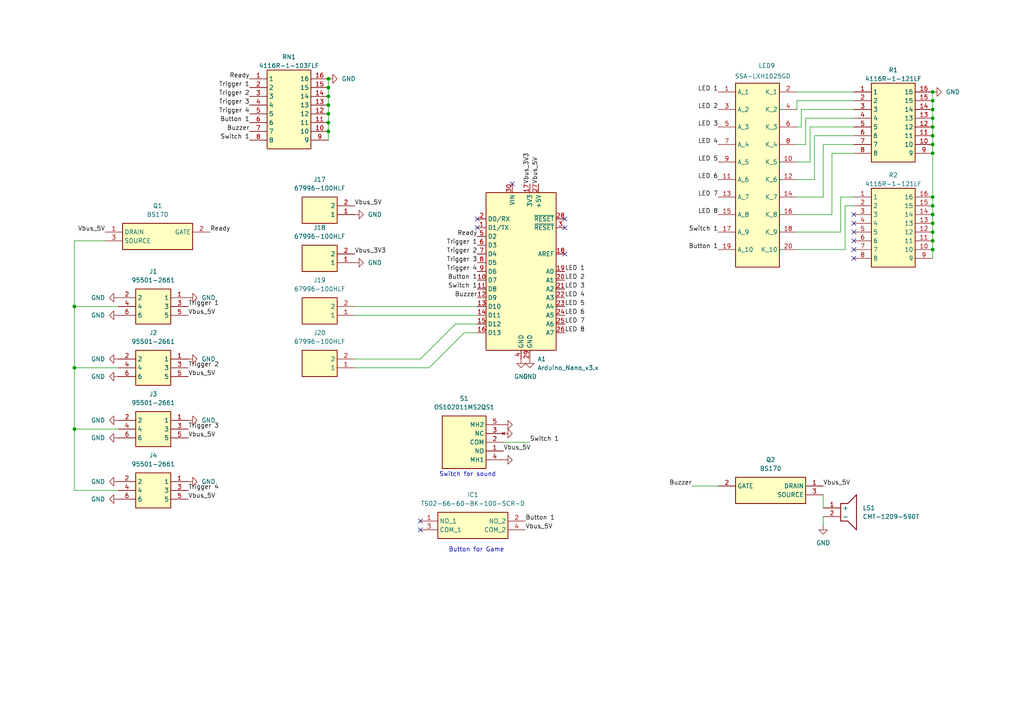
<source format=kicad_sch>
(kicad_sch (version 20231120) (generator "eeschema") (generator_version "8.0")
  (paper "A4")
  (lib_symbols
    (symbol "MCU_Module:Arduino_Nano_v3.x"
      (property "Reference" "A" (at -10.16 23.495 0))
      (property "Value" "Arduino_Nano_v3.x" (at 5.08 -24.13 0))
      (symbol "Arduino_Nano_v3.x_0_1"
        (rectangle (start -10.16 22.86) (end 10.16 -22.86) (stroke (width 0.254)) (fill (type background)))
      )
      (symbol "Arduino_Nano_v3.x_1_1"
        (pin bidirectional line (at -12.7 12.7 0) (length 2.54) (name "D1/TX") (number "1"))
        (pin bidirectional line (at -12.7 -2.54 0) (length 2.54) (name "D7") (number "10"))
        (pin bidirectional line (at -12.7 -5.08 0) (length 2.54) (name "D8") (number "11"))
        (pin bidirectional line (at -12.7 -7.62 0) (length 2.54) (name "D9") (number "12"))
        (pin bidirectional line (at -12.7 -10.16 0) (length 2.54) (name "D10") (number "13"))
        (pin bidirectional line (at -12.7 -12.7 0) (length 2.54) (name "D11") (number "14"))
        (pin bidirectional line (at -12.7 -15.24 0) (length 2.54) (name "D12") (number "15"))
        (pin bidirectional line (at -12.7 -17.78 0) (length 2.54) (name "D13") (number "16"))
        (pin power_out line (at 2.54 25.4 270) (length 2.54) (name "3V3") (number "17"))
        (pin input line (at 12.7 5.08 180) (length 2.54) (name "AREF") (number "18"))
        (pin bidirectional line (at 12.7 0 180) (length 2.54) (name "A0") (number "19"))
        (pin bidirectional line (at -12.7 15.24 0) (length 2.54) (name "D0/RX") (number "2"))
        (pin bidirectional line (at 12.7 -2.54 180) (length 2.54) (name "A1") (number "20"))
        (pin bidirectional line (at 12.7 -5.08 180) (length 2.54) (name "A2") (number "21"))
        (pin bidirectional line (at 12.7 -7.62 180) (length 2.54) (name "A3") (number "22"))
        (pin bidirectional line (at 12.7 -10.16 180) (length 2.54) (name "A4") (number "23"))
        (pin bidirectional line (at 12.7 -12.7 180) (length 2.54) (name "A5") (number "24"))
        (pin bidirectional line (at 12.7 -15.24 180) (length 2.54) (name "A6") (number "25"))
        (pin bidirectional line (at 12.7 -17.78 180) (length 2.54) (name "A7") (number "26"))
        (pin power_out line (at 5.08 25.4 270) (length 2.54) (name "+5V") (number "27"))
        (pin input line (at 12.7 15.24 180) (length 2.54) (name "~{RESET}") (number "28"))
        (pin power_in line (at 2.54 -25.4 90) (length 2.54) (name "GND") (number "29"))
        (pin input line (at 12.7 12.7 180) (length 2.54) (name "~{RESET}") (number "3"))
        (pin power_in line (at -2.54 25.4 270) (length 2.54) (name "VIN") (number "30"))
        (pin power_in line (at 0 -25.4 90) (length 2.54) (name "GND") (number "4"))
        (pin bidirectional line (at -12.7 10.16 0) (length 2.54) (name "D2") (number "5"))
        (pin bidirectional line (at -12.7 7.62 0) (length 2.54) (name "D3") (number "6"))
        (pin bidirectional line (at -12.7 5.08 0) (length 2.54) (name "D4") (number "7"))
        (pin bidirectional line (at -12.7 2.54 0) (length 2.54) (name "D5") (number "8"))
        (pin bidirectional line (at -12.7 0 0) (length 2.54) (name "D6") (number "9"))
      )
    )
    (symbol "SamacSys:4116R-1-103FLF"
      (property "Reference" "RN" (at 19.05 7.62 0))
      (property "Value" "4116R-1-103FLF" (at 19.05 5.08 0))
      (symbol "4116R-1-103FLF_1_1"
        (rectangle (start 5.08 2.54) (end 17.78 -20.32) (stroke (width 0.254)) (fill (type background)))
        (pin passive line (at 0 0 0) (length 5.08) (name "1") (number "1"))
        (pin passive line (at 22.86 -15.24 180) (length 5.08) (name "10") (number "10"))
        (pin passive line (at 22.86 -12.7 180) (length 5.08) (name "11") (number "11"))
        (pin passive line (at 22.86 -10.16 180) (length 5.08) (name "12") (number "12"))
        (pin passive line (at 22.86 -7.62 180) (length 5.08) (name "13") (number "13"))
        (pin passive line (at 22.86 -5.08 180) (length 5.08) (name "14") (number "14"))
        (pin passive line (at 22.86 -2.54 180) (length 5.08) (name "15") (number "15"))
        (pin passive line (at 22.86 0 180) (length 5.08) (name "16") (number "16"))
        (pin passive line (at 0 -2.54 0) (length 5.08) (name "2") (number "2"))
        (pin passive line (at 0 -5.08 0) (length 5.08) (name "3") (number "3"))
        (pin passive line (at 0 -7.62 0) (length 5.08) (name "4") (number "4"))
        (pin passive line (at 0 -10.16 0) (length 5.08) (name "5") (number "5"))
        (pin passive line (at 0 -12.7 0) (length 5.08) (name "6") (number "6"))
        (pin passive line (at 0 -15.24 0) (length 5.08) (name "7") (number "7"))
        (pin passive line (at 0 -17.78 0) (length 5.08) (name "8") (number "8"))
        (pin passive line (at 22.86 -17.78 180) (length 5.08) (name "9") (number "9"))
      )
    )
    (symbol "SamacSys:4116R-1-121LF"
      (property "Reference" "R" (at 19.05 7.62 0))
      (property "Value" "4116R-1-121LF" (at 19.05 5.08 0))
      (symbol "4116R-1-121LF_1_1"
        (rectangle (start 5.08 2.54) (end 17.78 -20.32) (stroke (width 0.254)) (fill (type background)))
        (pin passive line (at 0 0 0) (length 5.08) (name "1") (number "1"))
        (pin passive line (at 22.86 -15.24 180) (length 5.08) (name "10") (number "10"))
        (pin passive line (at 22.86 -12.7 180) (length 5.08) (name "11") (number "11"))
        (pin passive line (at 22.86 -10.16 180) (length 5.08) (name "12") (number "12"))
        (pin passive line (at 22.86 -7.62 180) (length 5.08) (name "13") (number "13"))
        (pin passive line (at 22.86 -5.08 180) (length 5.08) (name "14") (number "14"))
        (pin passive line (at 22.86 -2.54 180) (length 5.08) (name "15") (number "15"))
        (pin passive line (at 22.86 0 180) (length 5.08) (name "16") (number "16"))
        (pin passive line (at 0 -2.54 0) (length 5.08) (name "2") (number "2"))
        (pin passive line (at 0 -5.08 0) (length 5.08) (name "3") (number "3"))
        (pin passive line (at 0 -7.62 0) (length 5.08) (name "4") (number "4"))
        (pin passive line (at 0 -10.16 0) (length 5.08) (name "5") (number "5"))
        (pin passive line (at 0 -12.7 0) (length 5.08) (name "6") (number "6"))
        (pin passive line (at 0 -15.24 0) (length 5.08) (name "7") (number "7"))
        (pin passive line (at 0 -17.78 0) (length 5.08) (name "8") (number "8"))
        (pin passive line (at 22.86 -17.78 180) (length 5.08) (name "9") (number "9"))
      )
    )
    (symbol "SamacSys:67996-100HLF"
      (property "Reference" "J" (at 16.51 7.62 0))
      (property "Value" "67996-100HLF" (at 16.51 5.08 0))
      (symbol "67996-100HLF_1_1"
        (rectangle (start 5.08 2.54) (end 15.24 -5.08) (stroke (width 0.254)) (fill (type background)))
        (pin passive line (at 0 0 0) (length 5.08) (name "1") (number "1"))
        (pin passive line (at 0 -2.54 0) (length 5.08) (name "2") (number "2"))
      )
    )
    (symbol "SamacSys:95501-2661"
      (property "Reference" "J" (at 16.51 7.62 0))
      (property "Value" "95501-2661" (at 16.51 5.08 0))
      (symbol "95501-2661_1_1"
        (rectangle (start 5.08 2.54) (end 15.24 -7.62) (stroke (width 0.254)) (fill (type background)))
        (pin passive line (at 20.32 0 180) (length 5.08) (name "1") (number "1"))
        (pin passive line (at 0 0 0) (length 5.08) (name "2") (number "2"))
        (pin passive line (at 20.32 -2.54 180) (length 5.08) (name "3") (number "3"))
        (pin passive line (at 0 -2.54 0) (length 5.08) (name "4") (number "4"))
        (pin passive line (at 20.32 -5.08 180) (length 5.08) (name "5") (number "5"))
        (pin passive line (at 0 -5.08 0) (length 5.08) (name "6") (number "6"))
      )
    )
    (symbol "SamacSys:BS170"
      (property "Reference" "Q" (at 26.67 7.62 0))
      (property "Value" "BS170" (at 26.67 5.08 0))
      (symbol "BS170_1_1"
        (rectangle (start 5.08 2.54) (end 25.4 -5.08) (stroke (width 0.254)) (fill (type background)))
        (pin passive line (at 0 0 0) (length 5.08) (name "DRAIN") (number "1"))
        (pin passive line (at 30.48 0 180) (length 5.08) (name "GATE") (number "2"))
        (pin passive line (at 0 -2.54 0) (length 5.08) (name "SOURCE") (number "3"))
      )
    )
    (symbol "SamacSys:CMT-1209-590T"
      (property "Reference" "LS" (at 11.43 0 0))
      (property "Value" "CMT-1209-590T" (at 11.43 -2.54 0))
      (symbol "CMT-1209-590T_1_1"
        (polyline (pts (xy 5.08 1.27) (xy 5.08 -3.81)) (stroke (width 0.254)))
        (polyline (pts (xy 5.08 1.27) (xy 7.112 1.27)) (stroke (width 0.254)))
        (polyline (pts (xy 7.112 -3.81) (xy 5.08 -3.81)) (stroke (width 0.254)))
        (polyline (pts (xy 7.112 -3.81) (xy 9.652 -6.35)) (stroke (width 0.254)))
        (polyline (pts (xy 9.652 3.81) (xy 7.112 1.27)) (stroke (width 0.254)))
        (polyline (pts (xy 9.652 3.81) (xy 9.652 -6.35)) (stroke (width 0.254)))
        (pin passive line (at 0 0 0) (length 5.08) (name "+") (number "1"))
        (pin passive line (at 0 -2.54 0) (length 5.08) (name "-") (number "2"))
      )
    )
    (symbol "SamacSys:OS102011MS2QS1"
      (property "Reference" "S" (at 19.05 7.62 0))
      (property "Value" "OS102011MS2QS1" (at 19.05 5.08 0))
      (symbol "OS102011MS2QS1_1_1"
        (rectangle (start 5.08 2.54) (end 17.78 -12.7) (stroke (width 0.254)) (fill (type background)))
        (pin passive line (at 0 -2.54 0) (length 5.08) (name "NO") (number "1"))
        (pin passive line (at 0 -5.08 0) (length 5.08) (name "COM") (number "2"))
        (pin no_connect line (at 0 -7.62 0) (length 5.08) (name "NC") (number "3"))
        (pin passive line (at 0 0 0) (length 5.08) (name "MH1") (number "4"))
        (pin passive line (at 0 -10.16 0) (length 5.08) (name "MH2") (number "5"))
      )
    )
    (symbol "SamacSys:SSA-LXH1025GD"
      (property "Reference" "LED" (at 19.05 7.62 0))
      (property "Value" "SSA-LXH1025GD" (at 19.05 5.08 0))
      (symbol "SSA-LXH1025GD_1_1"
        (rectangle (start 5.08 2.54) (end 17.78 -50.8) (stroke (width 0.254)) (fill (type background)))
        (pin passive line (at 0 0 0) (length 5.08) (name "A_1") (number "1"))
        (pin passive line (at 22.86 -20.32 180) (length 5.08) (name "K_5") (number "10"))
        (pin passive line (at 0 -25.4 0) (length 5.08) (name "A_6") (number "11"))
        (pin passive line (at 22.86 -25.4 180) (length 5.08) (name "K_6") (number "12"))
        (pin passive line (at 0 -30.48 0) (length 5.08) (name "A_7") (number "13"))
        (pin passive line (at 22.86 -30.48 180) (length 5.08) (name "K_7") (number "14"))
        (pin passive line (at 0 -35.56 0) (length 5.08) (name "A_8") (number "15"))
        (pin passive line (at 22.86 -35.56 180) (length 5.08) (name "K_8") (number "16"))
        (pin passive line (at 0 -40.64 0) (length 5.08) (name "A_9") (number "17"))
        (pin passive line (at 22.86 -40.64 180) (length 5.08) (name "K_9") (number "18"))
        (pin passive line (at 0 -45.72 0) (length 5.08) (name "A_10") (number "19"))
        (pin passive line (at 22.86 0 180) (length 5.08) (name "K_1") (number "2"))
        (pin passive line (at 22.86 -45.72 180) (length 5.08) (name "K_10") (number "20"))
        (pin passive line (at 0 -5.08 0) (length 5.08) (name "A_2") (number "3"))
        (pin passive line (at 22.86 -5.08 180) (length 5.08) (name "K_2") (number "4"))
        (pin passive line (at 0 -10.16 0) (length 5.08) (name "A_3") (number "5"))
        (pin passive line (at 22.86 -10.16 180) (length 5.08) (name "K_3") (number "6"))
        (pin passive line (at 0 -15.24 0) (length 5.08) (name "A_4") (number "7"))
        (pin passive line (at 22.86 -15.24 180) (length 5.08) (name "K_4") (number "8"))
        (pin passive line (at 0 -20.32 0) (length 5.08) (name "A_5") (number "9"))
      )
    )
    (symbol "SamacSys:TS02-66-60-BK-100-SCR-D"
      (property "Reference" "IC" (at 26.67 7.62 0))
      (property "Value" "TS02-66-60-BK-100-SCR-D" (at 26.67 5.08 0))
      (symbol "TS02-66-60-BK-100-SCR-D_1_1"
        (rectangle (start 5.08 2.54) (end 25.4 -5.08) (stroke (width 0.254)) (fill (type background)))
        (pin passive line (at 0 0 0) (length 5.08) (name "NO_1") (number "1"))
        (pin passive line (at 30.48 0 180) (length 5.08) (name "NO_2") (number "2"))
        (pin passive line (at 0 -2.54 0) (length 5.08) (name "COM_1") (number "3"))
        (pin passive line (at 30.48 -2.54 180) (length 5.08) (name "COM_2") (number "4"))
      )
    )
    (symbol "power:GND" (power) (pin_numbers hide) (pin_names (offset 0) hide)
      (property "Value" "GND" (at 0 -3.81 0))
      (symbol "GND_0_1"
        (polyline (pts (xy 0 0) (xy 0 -1.27) (xy 1.27 -1.27) (xy 0 -2.54) (xy -1.27 -1.27) (xy 0 -1.27)))
      )
      (symbol "GND_1_1"
        (pin power_in line (at 0 0 270) (length 0) (name "~") (number "1"))
      )
    )
  )
  (junction (at 95.25 33.02))
  (junction (at 21.59 88.9))
  (junction (at 270.51 64.77))
  (junction (at 270.51 31.75))
  (junction (at 270.51 44.45))
  (junction (at 270.51 39.37))
  (junction (at 95.25 30.48))
  (junction (at 270.51 67.31))
  (junction (at 270.51 34.29))
  (junction (at 95.25 25.4))
  (junction (at 270.51 41.91))
  (junction (at 21.59 124.46))
  (junction (at 95.25 35.56))
  (junction (at 95.25 27.94))
  (junction (at 270.51 72.39))
  (junction (at 270.51 36.83))
  (junction (at 270.51 29.21))
  (junction (at 95.25 22.86))
  (junction (at 21.59 106.68))
  (junction (at 270.51 59.69))
  (junction (at 270.51 69.85))
  (junction (at 270.51 62.23))
  (junction (at 95.25 38.1))
  (junction (at 270.51 26.67))
  (junction (at 270.51 57.15))
  (no_connect (at 138.43 66.04))
  (no_connect (at 163.83 73.66))
  (no_connect (at 247.65 69.85))
  (no_connect (at 247.65 72.39))
  (no_connect (at 247.65 64.77))
  (no_connect (at 138.43 63.5))
  (no_connect (at 247.65 67.31))
  (no_connect (at 121.92 151.13))
  (no_connect (at 148.59 53.34))
  (no_connect (at 247.65 74.93))
  (no_connect (at 163.83 63.5))
  (no_connect (at 163.83 66.04))
  (no_connect (at 247.65 62.23))
  (no_connect (at 121.92 153.67))
  (wire (pts (xy 30.48 69.85) (xy 21.59 69.85)))
  (wire (pts (xy 270.51 59.69) (xy 270.51 62.23)))
  (wire (pts (xy 95.25 30.48) (xy 95.25 33.02)))
  (wire (pts (xy 102.87 104.14) (xy 121.92 104.14)))
  (wire (pts (xy 138.43 93.98) (xy 132.08 93.98)))
  (wire (pts (xy 270.51 62.23) (xy 270.51 64.77)))
  (wire (pts (xy 270.51 57.15) (xy 270.51 59.69)))
  (wire (pts (xy 21.59 142.24) (xy 21.59 124.46)))
  (wire (pts (xy 95.25 38.1) (xy 95.25 40.64)))
  (wire (pts (xy 231.14 52.07) (xy 236.22 52.07)))
  (wire (pts (xy 21.59 106.68) (xy 21.59 88.9)))
  (wire (pts (xy 270.51 36.83) (xy 270.51 39.37)))
  (wire (pts (xy 21.59 69.85) (xy 21.59 88.9)))
  (wire (pts (xy 231.14 26.67) (xy 247.65 26.67)))
  (wire (pts (xy 238.76 57.15) (xy 238.76 41.91)))
  (wire (pts (xy 102.87 106.68) (xy 124.46 106.68)))
  (wire (pts (xy 34.29 124.46) (xy 21.59 124.46)))
  (wire (pts (xy 236.22 39.37) (xy 247.65 39.37)))
  (wire (pts (xy 270.51 44.45) (xy 270.51 57.15)))
  (wire (pts (xy 236.22 52.07) (xy 236.22 39.37)))
  (wire (pts (xy 138.43 96.52) (xy 134.62 96.52)))
  (wire (pts (xy 21.59 124.46) (xy 21.59 106.68)))
  (wire (pts (xy 34.29 106.68) (xy 21.59 106.68)))
  (wire (pts (xy 95.25 33.02) (xy 95.25 35.56)))
  (wire (pts (xy 231.14 46.99) (xy 234.95 46.99)))
  (wire (pts (xy 243.84 67.31) (xy 243.84 57.15)))
  (wire (pts (xy 241.3 44.45) (xy 247.65 44.45)))
  (wire (pts (xy 245.11 72.39) (xy 245.11 59.69)))
  (wire (pts (xy 241.3 62.23) (xy 241.3 44.45)))
  (wire (pts (xy 231.14 67.31) (xy 243.84 67.31)))
  (wire (pts (xy 270.51 34.29) (xy 270.51 36.83)))
  (wire (pts (xy 95.25 27.94) (xy 95.25 30.48)))
  (wire (pts (xy 95.25 22.86) (xy 95.25 25.4)))
  (wire (pts (xy 245.11 59.69) (xy 247.65 59.69)))
  (wire (pts (xy 270.51 69.85) (xy 270.51 72.39)))
  (wire (pts (xy 231.14 57.15) (xy 238.76 57.15)))
  (wire (pts (xy 232.41 31.75) (xy 247.65 31.75)))
  (wire (pts (xy 134.62 96.52) (xy 124.46 106.68)))
  (wire (pts (xy 232.41 36.83) (xy 232.41 31.75)))
  (wire (pts (xy 231.14 31.75) (xy 231.14 29.21)))
  (wire (pts (xy 270.51 72.39) (xy 270.51 74.93)))
  (wire (pts (xy 200.66 140.97) (xy 208.28 140.97)))
  (wire (pts (xy 234.95 36.83) (xy 247.65 36.83)))
  (wire (pts (xy 270.51 41.91) (xy 270.51 44.45)))
  (wire (pts (xy 270.51 29.21) (xy 270.51 31.75)))
  (wire (pts (xy 231.14 62.23) (xy 241.3 62.23)))
  (wire (pts (xy 238.76 149.86) (xy 238.76 152.4)))
  (wire (pts (xy 238.76 143.51) (xy 238.76 147.32)))
  (wire (pts (xy 231.14 36.83) (xy 232.41 36.83)))
  (wire (pts (xy 231.14 41.91) (xy 233.68 41.91)))
  (wire (pts (xy 231.14 29.21) (xy 247.65 29.21)))
  (wire (pts (xy 21.59 88.9) (xy 34.29 88.9)))
  (wire (pts (xy 238.76 41.91) (xy 247.65 41.91)))
  (wire (pts (xy 102.87 91.44) (xy 138.43 91.44)))
  (wire (pts (xy 270.51 67.31) (xy 270.51 69.85)))
  (wire (pts (xy 132.08 93.98) (xy 121.92 104.14)))
  (wire (pts (xy 270.51 31.75) (xy 270.51 34.29)))
  (wire (pts (xy 231.14 72.39) (xy 245.11 72.39)))
  (wire (pts (xy 95.25 25.4) (xy 95.25 27.94)))
  (wire (pts (xy 270.51 39.37) (xy 270.51 41.91)))
  (wire (pts (xy 34.29 142.24) (xy 21.59 142.24)))
  (wire (pts (xy 233.68 41.91) (xy 233.68 34.29)))
  (wire (pts (xy 243.84 57.15) (xy 247.65 57.15)))
  (wire (pts (xy 102.87 88.9) (xy 138.43 88.9)))
  (wire (pts (xy 233.68 34.29) (xy 247.65 34.29)))
  (wire (pts (xy 270.51 64.77) (xy 270.51 67.31)))
  (wire (pts (xy 146.05 128.27) (xy 153.67 128.27)))
  (wire (pts (xy 234.95 46.99) (xy 234.95 36.83)))
  (wire (pts (xy 270.51 26.67) (xy 270.51 29.21)))
  (wire (pts (xy 95.25 35.56) (xy 95.25 38.1)))
  (text "Button for Game\n" (at 138.176 159.512 0) (effects (font (size 1.27 1.27))))
  (text "Switch for sound\n" (at 135.636 137.668 0) (effects (font (size 1.27 1.27))))
  (label "Ready" (at 60.96 67.31 0))
  (label "Trigger 4" (at 138.43 78.74 180))
  (label "Vbus_5V" (at 152.4 153.67 0))
  (label "Trigger 4" (at 54.61 142.24 0))
  (label "Vbus_5V" (at 54.61 109.22 0))
  (label "Ready" (at 72.39 22.86 180))
  (label "Vbus_5V" (at 146.05 130.81 0))
  (label "Vbus_5V" (at 30.48 67.31 180))
  (label "Trigger 1" (at 54.61 88.9 0))
  (label "Switch 1" (at 138.43 83.82 180))
  (label "LED 4" (at 208.28 41.91 180))
  (label "Vbus_5V" (at 102.87 59.69 0))
  (label "Buzzer" (at 72.39 38.1 180))
  (label "LED 8" (at 163.83 96.52 0))
  (label "Button 1" (at 208.28 72.39 180))
  (label "Vbus_5V" (at 238.76 140.97 0))
  (label "LED 6" (at 163.83 91.44 0))
  (label "Trigger 2" (at 54.61 106.68 0))
  (label "LED 5" (at 208.28 46.99 180))
  (label "Buzzer" (at 138.43 86.36 180))
  (label "LED 1" (at 208.28 26.67 180))
  (label "Vbus_3V3" (at 153.67 53.34 90))
  (label "LED 3" (at 163.83 83.82 0))
  (label "LED 1" (at 163.83 78.74 0))
  (label "LED 2" (at 163.83 81.28 0))
  (label "Vbus_3V3" (at 102.87 73.66 0))
  (label "Ready" (at 138.43 68.58 180))
  (label "Vbus_5V" (at 54.61 127 0))
  (label "Switch 1" (at 208.28 67.31 180))
  (label "Trigger 1" (at 138.43 71.12 180))
  (label "LED 2" (at 208.28 31.75 180))
  (label "LED 5" (at 163.83 88.9 0))
  (label "Buzzer" (at 200.66 140.97 180))
  (label "Trigger 3" (at 54.61 124.46 0))
  (label "Vbus_5V" (at 156.21 53.34 90))
  (label "Trigger 4" (at 72.39 33.02 180))
  (label "LED 8" (at 208.28 62.23 180))
  (label "Button 1" (at 152.4 151.13 0))
  (label "Button 1" (at 138.43 81.28 180))
  (label "LED 7" (at 208.28 57.15 180))
  (label "LED 4" (at 163.83 86.36 0))
  (label "Trigger 2" (at 138.43 73.66 180))
  (label "Vbus_5V" (at 54.61 91.44 0))
  (label "Switch 1" (at 153.67 128.27 0))
  (label "Trigger 2" (at 72.39 27.94 180))
  (label "LED 3" (at 208.28 36.83 180))
  (label "Switch 1" (at 72.39 40.64 180))
  (label "Vbus_5V" (at 54.61 144.78 0))
  (label "LED 6" (at 208.28 52.07 180))
  (label "Trigger 3" (at 138.43 76.2 180))
  (label "Trigger 1" (at 72.39 25.4 180))
  (label "Button 1" (at 72.39 35.56 180))
  (label "Trigger 3" (at 72.39 30.48 180))
  (label "LED 7" (at 163.83 93.98 0))
  (symbol (lib_id "SamacSys:67996-100HLF") (at 102.87 106.68 180) (unit 1)
    (property "Reference" "J20" (at 92.71 96.52 0))
    (property "Value" "67996-100HLF" (at 92.71 99.06 0))
    (property "Footprint" "HDRV2W67P254_2X1_254X483X858P" (effects (hide yes)))
    (property "Datasheet" "https://cdn.amphenol-cs.com/media/wysiwyg/files/drawing/67996.pdf" (effects (hide yes)))
    (property "Description" "BergStik<sup>&reg;</sup>, Board to Board connector, Unshrouded vertical header, Through Hole, Double Row, 0 Positions, 2.54 mm (0.100in) Pitch" (effects (hide yes)))
    (property "Height" "8.58" (effects (hide yes)))
    (property "Manufacturer_Name" "Amphenol Communications Solutions" (effects (hide yes)))
    (property "Manufacturer_Part_Number" "67996-100HLF" (effects (hide yes)))
    (property "Arrow Part Number" "67996-100HLF" (effects (hide yes)))
    (property "Arrow Price/Stock" "https://www.arrow.com/en/products/67996-100hlf/amphenol-fci?region=nac" (effects (hide yes)))
  )
  (symbol (lib_id "power:GND") (at 34.29 121.92 270) (unit 1)
    (property "Reference" "#PWR07" (effects (hide yes)))
    (property "Value" "GND" (at 30.48 121.9199 90) (effects (justify right)))
    (property "Description" "Power symbol creates a global label with name \"GND\" , ground" (effects (hide yes)))
  )
  (symbol (lib_id "power:GND") (at 34.29 109.22 270) (unit 1)
    (property "Reference" "#PWR06" (effects (hide yes)))
    (property "Value" "GND" (at 30.48 109.2199 90) (effects (justify right)))
    (property "Description" "Power symbol creates a global label with name \"GND\" , ground" (effects (hide yes)))
  )
  (symbol (lib_id "power:GND") (at 34.29 91.44 270) (unit 1)
    (property "Reference" "#PWR04" (effects (hide yes)))
    (property "Value" "GND" (at 30.48 91.4399 90) (effects (justify right)))
    (property "Description" "Power symbol creates a global label with name \"GND\" , ground" (effects (hide yes)))
  )
  (symbol (lib_id "power:GND") (at 54.61 86.36 90) (unit 1)
    (property "Reference" "#PWR019" (effects (hide yes)))
    (property "Value" "GND" (at 58.42 86.3599 90) (effects (justify right)))
    (property "Description" "Power symbol creates a global label with name \"GND\" , ground" (effects (hide yes)))
  )
  (symbol (lib_id "SamacSys:95501-2661") (at 34.29 121.92 0) (unit 1)
    (property "Reference" "J3" (at 44.45 114.3 0))
    (property "Value" "95501-2661" (at 44.45 116.84 0))
    (property "Footprint" "95501-2661" (effects (hide yes)))
    (property "Datasheet" "https://datasheet.datasheetarchive.com/originals/distributors/Datasheets_SAMA/df0790d8aebb5882625d0f98b986e00d.pdf" (effects (hide yes)))
    (property "Description" "6/6 way r/a PCB thru hole data skt,1.5A Molex 6P/6C Right Angle Through Hole Female RJ12 UTP RJ12 Connector" (effects (hide yes)))
    (property "Manufacturer_Name" "Molex" (effects (hide yes)))
    (property "Manufacturer_Part_Number" "95501-2661" (effects (hide yes)))
    (property "Mouser Part Number" "538-95501-2661" (effects (hide yes)))
    (property "Mouser Price/Stock" "https://www.mouser.co.uk/ProductDetail/Molex/95501-2661?qs=pojneS%2F1sjznHDwFkXsFkg%3D%3D" (effects (hide yes)))
  )
  (symbol (lib_id "power:GND") (at 54.61 139.7 90) (unit 1)
    (property "Reference" "#PWR022" (effects (hide yes)))
    (property "Value" "GND" (at 58.42 139.6999 90) (effects (justify right)))
    (property "Description" "Power symbol creates a global label with name \"GND\" , ground" (effects (hide yes)))
  )
  (symbol (lib_id "power:GND") (at 270.51 26.67 90) (unit 1)
    (property "Reference" "#PWR042" (effects (hide yes)))
    (property "Value" "GND" (at 274.32 26.6699 90) (effects (justify right)))
    (property "Description" "Power symbol creates a global label with name \"GND\" , ground" (effects (hide yes)))
  )
  (symbol (lib_id "SamacSys:BS170") (at 238.76 140.97 0) (mirror y) (unit 1)
    (property "Reference" "Q2" (at 223.52 133.35 0))
    (property "Value" "BS170" (at 223.52 135.89 0))
    (property "Footprint" "LM431ACZ" (effects (hide yes)))
    (property "Datasheet" "https://datasheet.datasheetarchive.com/originals/distributors/Datasheets-24/DSA-462429.pdf" (effects (hide yes)))
    (property "Description" "N-channel JFET,BF245A 2mA 30V,BP" (effects (hide yes)))
    (property "Height" "5.33" (effects (hide yes)))
    (property "Manufacturer_Name" "onsemi" (effects (hide yes)))
    (property "Manufacturer_Part_Number" "BS170" (effects (hide yes)))
    (property "Mouser Part Number" "512-BS170" (effects (hide yes)))
    (property "Mouser Price/Stock" "https://www.mouser.co.uk/ProductDetail/onsemi-Fairchild/BS170?qs=FOlmdCx%252BAA0Q%252B3zvwxJUKQ%3D%3D" (effects (hide yes)))
    (property "Arrow Part Number" "BS170" (effects (hide yes)))
    (property "Arrow Price/Stock" "https://www.arrow.com/en/products/bs170/on-semiconductor?region=nac" (effects (hide yes)))
  )
  (symbol (lib_id "MCU_Module:Arduino_Nano_v3.x") (at 151.13 78.74 0) (unit 1)
    (property "Reference" "A1" (at 155.8641 104.14 0) (effects (justify left)))
    (property "Value" "Arduino_Nano_v3.x" (at 155.8641 106.68 0) (effects (justify left)))
    (property "Footprint" "Module:Arduino_Nano" (effects (hide yes)))
    (property "Datasheet" "http://www.mouser.com/pdfdocs/Gravitech_Arduino_Nano3_0.pdf" (effects (hide yes)))
    (property "Description" "Arduino Nano v3.x" (effects (hide yes)))
    (property "Manufacturer_Part_Number" "ABX00033" (effects (hide yes)))
  )
  (symbol (lib_id "power:GND") (at 146.05 123.19 90) (unit 1)
    (property "Reference" "#PWR036" (effects (hide yes)))
    (property "Value" "GND" (effects (hide yes)))
    (property "Description" "Power symbol creates a global label with name \"GND\" , ground" (effects (hide yes)))
  )
  (symbol (lib_id "power:GND") (at 102.87 76.2 90) (unit 1)
    (property "Reference" "#PWR035" (effects (hide yes)))
    (property "Value" "GND" (at 106.68 76.1999 90) (effects (justify right)))
    (property "Description" "Power symbol creates a global label with name \"GND\" , ground" (effects (hide yes)))
  )
  (symbol (lib_id "power:GND") (at 146.05 125.73 90) (unit 1)
    (property "Reference" "#PWR037" (effects (hide yes)))
    (property "Value" "GND" (effects (hide yes)))
    (property "Description" "Power symbol creates a global label with name \"GND\" , ground" (effects (hide yes)))
  )
  (symbol (lib_id "SamacSys:SSA-LXH1025GD") (at 208.28 26.67 0) (unit 1)
    (property "Reference" "LED9" (at 219.964 19.05 0) (effects (justify left)))
    (property "Value" "SSA-LXH1025GD" (at 213.106 22.098 0) (effects (justify left)))
    (property "Footprint" "SSALXH1025GD" (effects (hide yes)))
    (property "Datasheet" "https://www.lumex.com/content/files/ProductAttachment/SSA-LXH1025GD.pdf" (effects (hide yes)))
    (property "Description" "LED Circuit Board Indicator LED Circuit Board Indicator Bar - 10 Wide, SIP Green (x 10) Diffused, Tinted 2.2V 25mA Rectangle with Flat Top 5.00mm x 2.50mm Through Hole" (effects (hide yes)))
    (property "Height" "10.25" (effects (hide yes)))
    (property "Manufacturer_Name" "Lumex" (effects (hide yes)))
    (property "Manufacturer_Part_Number" "SSA-LXH1025GD" (effects (hide yes)))
    (property "Mouser Part Number" "696-SSA-LXH1025GD" (effects (hide yes)))
    (property "Mouser Price/Stock" "https://www.mouser.co.uk/ProductDetail/Lumex/SSA-LXH1025GD?qs=9HInCHf8eFidmfD7SRBhpw%3D%3D" (effects (hide yes)))
    (property "Arrow Part Number" "SSA-LXH1025GD" (effects (hide yes)))
    (property "Arrow Price/Stock" "https://www.arrow.com/en/products/ssa-lxh1025gd/lumex?region=nac" (effects (hide yes)))
  )
  (symbol (lib_id "SamacSys:67996-100HLF") (at 102.87 76.2 180) (unit 1)
    (property "Reference" "J18" (at 92.71 66.04 0))
    (property "Value" "67996-100HLF" (at 92.71 68.58 0))
    (property "Footprint" "HDRV2W67P254_2X1_254X483X858P" (effects (hide yes)))
    (property "Datasheet" "https://cdn.amphenol-cs.com/media/wysiwyg/files/drawing/67996.pdf" (effects (hide yes)))
    (property "Description" "BergStik<sup>&reg;</sup>, Board to Board connector, Unshrouded vertical header, Through Hole, Double Row, 0 Positions, 2.54 mm (0.100in) Pitch" (effects (hide yes)))
    (property "Height" "8.58" (effects (hide yes)))
    (property "Manufacturer_Name" "Amphenol Communications Solutions" (effects (hide yes)))
    (property "Manufacturer_Part_Number" "67996-100HLF" (effects (hide yes)))
    (property "Arrow Part Number" "67996-100HLF" (effects (hide yes)))
    (property "Arrow Price/Stock" "https://www.arrow.com/en/products/67996-100hlf/amphenol-fci?region=nac" (effects (hide yes)))
  )
  (symbol (lib_id "SamacSys:4116R-1-121LF") (at 247.65 57.15 0) (unit 1)
    (property "Reference" "R2" (at 259.08 50.8 0))
    (property "Value" "4116R-1-121LF" (at 259.08 53.34 0))
    (property "Footprint" "DIP787W49P254L2197H469Q16N" (effects (hide yes)))
    (property "Datasheet" "https://www.mouser.ch/datasheet/2/54/4100R-776985.pdf" (effects (hide yes)))
    (property "Description" "BOURNS - 4116R-1-121LF - Fixed Network Resistor, 120 ohm, 4100R Series, 8 Elements, Isolated, DIP, 16 Pins" (effects (hide yes)))
    (property "Height" "4.69" (effects (hide yes)))
    (property "Manufacturer_Name" "Bourns" (effects (hide yes)))
    (property "Manufacturer_Part_Number" "4116R-1-121LF" (effects (hide yes)))
    (property "Mouser Part Number" "652-4116R-1LF-120" (effects (hide yes)))
    (property "Mouser Price/Stock" "https://www.mouser.co.uk/ProductDetail/Bourns/4116R-1-121LF?qs=10P5Hhl%252BD7%2FiVs%252BU8BCs6Q%3D%3D" (effects (hide yes)))
    (property "Arrow Part Number" "4116R-1-121LF" (effects (hide yes)))
    (property "Arrow Price/Stock" "https://www.arrow.com/en/products/4116r-1-121lf/bourns" (effects (hide yes)))
  )
  (symbol (lib_id "power:GND") (at 102.87 62.23 90) (unit 1)
    (property "Reference" "#PWR034" (effects (hide yes)))
    (property "Value" "GND" (at 106.68 62.2299 90) (effects (justify right)))
    (property "Description" "Power symbol creates a global label with name \"GND\" , ground" (effects (hide yes)))
  )
  (symbol (lib_id "SamacSys:95501-2661") (at 34.29 139.7 0) (unit 1)
    (property "Reference" "J4" (at 44.45 132.08 0))
    (property "Value" "95501-2661" (at 44.45 134.62 0))
    (property "Footprint" "95501-2661" (effects (hide yes)))
    (property "Datasheet" "https://datasheet.datasheetarchive.com/originals/distributors/Datasheets_SAMA/df0790d8aebb5882625d0f98b986e00d.pdf" (effects (hide yes)))
    (property "Description" "6/6 way r/a PCB thru hole data skt,1.5A Molex 6P/6C Right Angle Through Hole Female RJ12 UTP RJ12 Connector" (effects (hide yes)))
    (property "Manufacturer_Name" "Molex" (effects (hide yes)))
    (property "Manufacturer_Part_Number" "95501-2661" (effects (hide yes)))
    (property "Mouser Part Number" "538-95501-2661" (effects (hide yes)))
    (property "Mouser Price/Stock" "https://www.mouser.co.uk/ProductDetail/Molex/95501-2661?qs=pojneS%2F1sjznHDwFkXsFkg%3D%3D" (effects (hide yes)))
  )
  (symbol (lib_id "power:GND") (at 34.29 139.7 270) (unit 1)
    (property "Reference" "#PWR09" (effects (hide yes)))
    (property "Value" "GND" (at 30.48 139.6999 90) (effects (justify right)))
    (property "Description" "Power symbol creates a global label with name \"GND\" , ground" (effects (hide yes)))
  )
  (symbol (lib_id "power:GND") (at 238.76 152.4 0) (unit 1)
    (property "Reference" "#PWR041" (effects (hide yes)))
    (property "Value" "GND" (at 238.76 157.48 0))
    (property "Description" "Power symbol creates a global label with name \"GND\" , ground" (effects (hide yes)))
  )
  (symbol (lib_id "SamacSys:TS02-66-60-BK-100-SCR-D") (at 121.92 151.13 0) (unit 1)
    (property "Reference" "IC1" (at 137.16 143.51 0))
    (property "Value" "TS02-66-60-BK-100-SCR-D" (at 137.16 146.05 0))
    (property "Footprint" "TS026660BK100SCRD" (effects (hide yes)))
    (property "Datasheet" "https://www.cuidevices.com/product/resource/ts02.pdf" (effects (hide yes)))
    (property "Description" "Tactile Switches 6 x 6 mm, 6 mm Act Height, 100 gf, Black, Short Crimped, Through Hole, SPST," (effects (hide yes)))
    (property "Height" "6.2" (effects (hide yes)))
    (property "Manufacturer_Name" "Same Sky" (effects (hide yes)))
    (property "Manufacturer_Part_Number" "TS02-66-60-BK-100-SCR-D" (effects (hide yes)))
    (property "Mouser Part Number" "179-TS026660BK100SCR" (effects (hide yes)))
    (property "Mouser Price/Stock" "https://www.mouser.co.uk/ProductDetail/Same-Sky/TS02-66-60-BK-100-SCR-D?qs=A6eO%252BMLsxmRCwE7519dLfw%3D%3D" (effects (hide yes)))
  )
  (symbol (lib_id "power:GND") (at 54.61 121.92 90) (unit 1)
    (property "Reference" "#PWR021" (effects (hide yes)))
    (property "Value" "GND" (at 58.42 121.9199 90) (effects (justify right)))
    (property "Description" "Power symbol creates a global label with name \"GND\" , ground" (effects (hide yes)))
  )
  (symbol (lib_id "SamacSys:4116R-1-121LF") (at 247.65 26.67 0) (unit 1)
    (property "Reference" "R1" (at 259.08 20.32 0))
    (property "Value" "4116R-1-121LF" (at 259.08 22.86 0))
    (property "Footprint" "DIP787W49P254L2197H469Q16N" (effects (hide yes)))
    (property "Datasheet" "https://www.mouser.ch/datasheet/2/54/4100R-776985.pdf" (effects (hide yes)))
    (property "Description" "BOURNS - 4116R-1-121LF - Fixed Network Resistor, 120 ohm, 4100R Series, 8 Elements, Isolated, DIP, 16 Pins" (effects (hide yes)))
    (property "Height" "4.69" (effects (hide yes)))
    (property "Manufacturer_Name" "Bourns" (effects (hide yes)))
    (property "Manufacturer_Part_Number" "4116R-1-121LF" (effects (hide yes)))
    (property "Mouser Part Number" "652-4116R-1LF-120" (effects (hide yes)))
    (property "Mouser Price/Stock" "https://www.mouser.co.uk/ProductDetail/Bourns/4116R-1-121LF?qs=10P5Hhl%252BD7%2FiVs%252BU8BCs6Q%3D%3D" (effects (hide yes)))
    (property "Arrow Part Number" "4116R-1-121LF" (effects (hide yes)))
    (property "Arrow Price/Stock" "https://www.arrow.com/en/products/4116r-1-121lf/bourns" (effects (hide yes)))
  )
  (symbol (lib_id "power:GND") (at 54.61 104.14 90) (unit 1)
    (property "Reference" "#PWR020" (effects (hide yes)))
    (property "Value" "GND" (at 58.42 104.1399 90) (effects (justify right)))
    (property "Description" "Power symbol creates a global label with name \"GND\" , ground" (effects (hide yes)))
  )
  (symbol (lib_id "power:GND") (at 146.05 133.35 90) (unit 1)
    (property "Reference" "#PWR038" (effects (hide yes)))
    (property "Value" "GND" (effects (hide yes)))
    (property "Description" "Power symbol creates a global label with name \"GND\" , ground" (effects (hide yes)))
  )
  (symbol (lib_id "SamacSys:CMT-1209-590T") (at 238.76 147.32 0) (unit 1)
    (property "Reference" "LS1" (at 250.19 147.3199 0) (effects (justify left)))
    (property "Value" "CMT-1209-590T" (at 250.19 149.8599 0) (effects (justify left)))
    (property "Footprint" "CMT1209590T" (effects (hide yes)))
    (property "Datasheet" "https://www.cuidevices.com/product/resource/digikeypdf/cmt-1209-590t.pdf" (effects (hide yes)))
    (property "Description" "Buzzers Transducer, Externally Driven Magnetic 5 V 65mA 2.048kHz 90dB @ 5V, 10cm Through Hole PC Pins" (effects (hide yes)))
    (property "Height" "9.5" (effects (hide yes)))
    (property "Manufacturer_Name" "Same Sky" (effects (hide yes)))
    (property "Manufacturer_Part_Number" "CMT-1209-590T" (effects (hide yes)))
    (property "Mouser Part Number" "179-CMT-1209-590T" (effects (hide yes)))
    (property "Mouser Price/Stock" "https://www.mouser.co.uk/ProductDetail/CUI-Devices/CMT-1209-590T?qs=i8QVZAFTkqRIO%2FWtiCRGPw%3D%3D" (effects (hide yes)))
  )
  (symbol (lib_id "power:GND") (at 34.29 144.78 270) (unit 1)
    (property "Reference" "#PWR010" (effects (hide yes)))
    (property "Value" "GND" (at 30.48 144.7799 90) (effects (justify right)))
    (property "Description" "Power symbol creates a global label with name \"GND\" , ground" (effects (hide yes)))
  )
  (symbol (lib_id "power:GND") (at 34.29 86.36 270) (unit 1)
    (property "Reference" "#PWR03" (effects (hide yes)))
    (property "Value" "GND" (at 30.48 86.3599 90) (effects (justify right)))
    (property "Description" "Power symbol creates a global label with name \"GND\" , ground" (effects (hide yes)))
  )
  (symbol (lib_id "power:GND") (at 153.67 104.14 0) (unit 1)
    (property "Reference" "#PWR040" (effects (hide yes)))
    (property "Value" "GND" (at 153.67 109.22 0))
    (property "Description" "Power symbol creates a global label with name \"GND\" , ground" (effects (hide yes)))
  )
  (symbol (lib_id "power:GND") (at 95.25 22.86 90) (unit 1)
    (property "Reference" "#PWR025" (effects (hide yes)))
    (property "Value" "GND" (at 99.06 22.8599 90) (effects (justify right)))
    (property "Description" "Power symbol creates a global label with name \"GND\" , ground" (effects (hide yes)))
  )
  (symbol (lib_id "SamacSys:95501-2661") (at 34.29 104.14 0) (unit 1)
    (property "Reference" "J2" (at 44.45 96.52 0))
    (property "Value" "95501-2661" (at 44.45 99.06 0))
    (property "Footprint" "95501-2661" (effects (hide yes)))
    (property "Datasheet" "https://datasheet.datasheetarchive.com/originals/distributors/Datasheets_SAMA/df0790d8aebb5882625d0f98b986e00d.pdf" (effects (hide yes)))
    (property "Description" "6/6 way r/a PCB thru hole data skt,1.5A Molex 6P/6C Right Angle Through Hole Female RJ12 UTP RJ12 Connector" (effects (hide yes)))
    (property "Manufacturer_Name" "Molex" (effects (hide yes)))
    (property "Manufacturer_Part_Number" "95501-2661" (effects (hide yes)))
    (property "Mouser Part Number" "538-95501-2661" (effects (hide yes)))
    (property "Mouser Price/Stock" "https://www.mouser.co.uk/ProductDetail/Molex/95501-2661?qs=pojneS%2F1sjznHDwFkXsFkg%3D%3D" (effects (hide yes)))
  )
  (symbol (lib_id "SamacSys:4116R-1-103FLF") (at 72.39 22.86 0) (unit 1)
    (property "Reference" "RN1" (at 83.82 16.51 0))
    (property "Value" "4116R-1-103FLF" (at 83.82 19.05 0))
    (property "Footprint" "DIP787W49P254L2197H469Q16N" (effects (hide yes)))
    (property "Datasheet" "https://www.bourns.com/data/global/pdfs/4100R.pdf" (effects (hide yes)))
    (property "Description" "Resistor Networks & Arrays 10K OHM 16 PIN 1%" (effects (hide yes)))
    (property "Height" "4.69" (effects (hide yes)))
    (property "Manufacturer_Name" "Bourns" (effects (hide yes)))
    (property "Manufacturer_Part_Number" "4116R-1-103FLF" (effects (hide yes)))
    (property "Mouser Part Number" "652-4116R-001-103FLF" (effects (hide yes)))
    (property "Mouser Price/Stock" "https://www.mouser.co.uk/ProductDetail/Bourns/4116R-1-103FLF?qs=v1pTd5RMxMzVCdNQjiU%2FxA%3D%3D" (effects (hide yes)))
    (property "Arrow Part Number" "4116R-1-103FLF" (effects (hide yes)))
    (property "Arrow Price/Stock" "https://www.arrow.com/en/products/4116r-1-103flf/bourns" (effects (hide yes)))
  )
  (symbol (lib_id "SamacSys:BS170") (at 30.48 67.31 0) (unit 1)
    (property "Reference" "Q1" (at 45.72 59.69 0))
    (property "Value" "BS170" (at 45.72 62.23 0))
    (property "Footprint" "LM431ACZ" (effects (hide yes)))
    (property "Datasheet" "https://datasheet.datasheetarchive.com/originals/distributors/Datasheets-24/DSA-462429.pdf" (effects (hide yes)))
    (property "Description" "N-channel JFET,BF245A 2mA 30V,BP" (effects (hide yes)))
    (property "Height" "5.33" (effects (hide yes)))
    (property "Manufacturer_Name" "onsemi" (effects (hide yes)))
    (property "Manufacturer_Part_Number" "BS170" (effects (hide yes)))
    (property "Mouser Part Number" "512-BS170" (effects (hide yes)))
    (property "Mouser Price/Stock" "https://www.mouser.co.uk/ProductDetail/onsemi-Fairchild/BS170?qs=FOlmdCx%252BAA0Q%252B3zvwxJUKQ%3D%3D" (effects (hide yes)))
    (property "Arrow Part Number" "BS170" (effects (hide yes)))
    (property "Arrow Price/Stock" "https://www.arrow.com/en/products/bs170/on-semiconductor?region=nac" (effects (hide yes)))
  )
  (symbol (lib_id "power:GND") (at 151.13 104.14 0) (unit 1)
    (property "Reference" "#PWR039" (effects (hide yes)))
    (property "Value" "GND" (at 151.13 109.22 0))
    (property "Description" "Power symbol creates a global label with name \"GND\" , ground" (effects (hide yes)))
  )
  (symbol (lib_id "SamacSys:OS102011MS2QS1") (at 146.05 133.35 180) (unit 1)
    (property "Reference" "S1" (at 134.62 115.57 0))
    (property "Value" "OS102011MS2QS1" (at 134.62 118.11 0))
    (property "Footprint" "OS102011MS2QS1" (effects (hide yes)))
    (property "Datasheet" "https://www.ckswitches.com/media/1428/os.pdf" (effects (hide yes)))
    (property "Description" "SWITCH SLIDE SPDT 100MA 12V" (effects (hide yes)))
    (property "Height" "8" (effects (hide yes)))
    (property "Manufacturer_Name" "C & K COMPONENTS" (effects (hide yes)))
    (property "Manufacturer_Part_Number" "OS102011MS2QS1" (effects (hide yes)))
    (property "Mouser Part Number" "611-OS102011MS2QS1" (effects (hide yes)))
    (property "Mouser Price/Stock" "https://www.mouser.co.uk/ProductDetail/CK/OS102011MS2QS1?qs=WtljUlYws5TrGs9OfHrZYw%3D%3D" (effects (hide yes)))
    (property "Arrow Part Number" "OS102011MS2QS1" (effects (hide yes)))
    (property "Arrow Price/Stock" "https://www.arrow.com/en/products/os102011ms2qs1/ck?region=nac" (effects (hide yes)))
  )
  (symbol (lib_id "SamacSys:67996-100HLF") (at 102.87 62.23 180) (unit 1)
    (property "Reference" "J17" (at 92.71 52.07 0))
    (property "Value" "67996-100HLF" (at 92.71 54.61 0))
    (property "Footprint" "HDRV2W67P254_2X1_254X483X858P" (effects (hide yes)))
    (property "Datasheet" "https://cdn.amphenol-cs.com/media/wysiwyg/files/drawing/67996.pdf" (effects (hide yes)))
    (property "Description" "BergStik<sup>&reg;</sup>, Board to Board connector, Unshrouded vertical header, Through Hole, Double Row, 0 Positions, 2.54 mm (0.100in) Pitch" (effects (hide yes)))
    (property "Height" "8.58" (effects (hide yes)))
    (property "Manufacturer_Name" "Amphenol Communications Solutions" (effects (hide yes)))
    (property "Manufacturer_Part_Number" "67996-100HLF" (effects (hide yes)))
    (property "Arrow Part Number" "67996-100HLF" (effects (hide yes)))
    (property "Arrow Price/Stock" "https://www.arrow.com/en/products/67996-100hlf/amphenol-fci?region=nac" (effects (hide yes)))
  )
  (symbol (lib_id "SamacSys:95501-2661") (at 34.29 86.36 0) (unit 1)
    (property "Reference" "J1" (at 44.45 78.74 0))
    (property "Value" "95501-2661" (at 44.45 81.28 0))
    (property "Footprint" "95501-2661" (effects (hide yes)))
    (property "Datasheet" "https://datasheet.datasheetarchive.com/originals/distributors/Datasheets_SAMA/df0790d8aebb5882625d0f98b986e00d.pdf" (effects (hide yes)))
    (property "Description" "6/6 way r/a PCB thru hole data skt,1.5A Molex 6P/6C Right Angle Through Hole Female RJ12 UTP RJ12 Connector" (effects (hide yes)))
    (property "Manufacturer_Name" "Molex" (effects (hide yes)))
    (property "Manufacturer_Part_Number" "95501-2661" (effects (hide yes)))
    (property "Mouser Part Number" "538-95501-2661" (effects (hide yes)))
    (property "Mouser Price/Stock" "https://www.mouser.co.uk/ProductDetail/Molex/95501-2661?qs=pojneS%2F1sjznHDwFkXsFkg%3D%3D" (effects (hide yes)))
  )
  (symbol (lib_id "power:GND") (at 34.29 104.14 270) (unit 1)
    (property "Reference" "#PWR05" (effects (hide yes)))
    (property "Value" "GND" (at 30.48 104.1399 90) (effects (justify right)))
    (property "Description" "Power symbol creates a global label with name \"GND\" , ground" (effects (hide yes)))
  )
  (symbol (lib_id "SamacSys:67996-100HLF") (at 102.87 91.44 180) (unit 1)
    (property "Reference" "J19" (at 92.71 81.28 0))
    (property "Value" "67996-100HLF" (at 92.71 83.82 0))
    (property "Footprint" "HDRV2W67P254_2X1_254X483X858P" (effects (hide yes)))
    (property "Datasheet" "https://cdn.amphenol-cs.com/media/wysiwyg/files/drawing/67996.pdf" (effects (hide yes)))
    (property "Description" "BergStik<sup>&reg;</sup>, Board to Board connector, Unshrouded vertical header, Through Hole, Double Row, 0 Positions, 2.54 mm (0.100in) Pitch" (effects (hide yes)))
    (property "Height" "8.58" (effects (hide yes)))
    (property "Manufacturer_Name" "Amphenol Communications Solutions" (effects (hide yes)))
    (property "Manufacturer_Part_Number" "67996-100HLF" (effects (hide yes)))
    (property "Arrow Part Number" "67996-100HLF" (effects (hide yes)))
    (property "Arrow Price/Stock" "https://www.arrow.com/en/products/67996-100hlf/amphenol-fci?region=nac" (effects (hide yes)))
  )
  (symbol (lib_id "power:GND") (at 34.29 127 270) (unit 1)
    (property "Reference" "#PWR08" (effects (hide yes)))
    (property "Value" "GND" (at 30.48 126.9999 90) (effects (justify right)))
    (property "Description" "Power symbol creates a global label with name \"GND\" , ground" (effects (hide yes)))
  )
)
</source>
